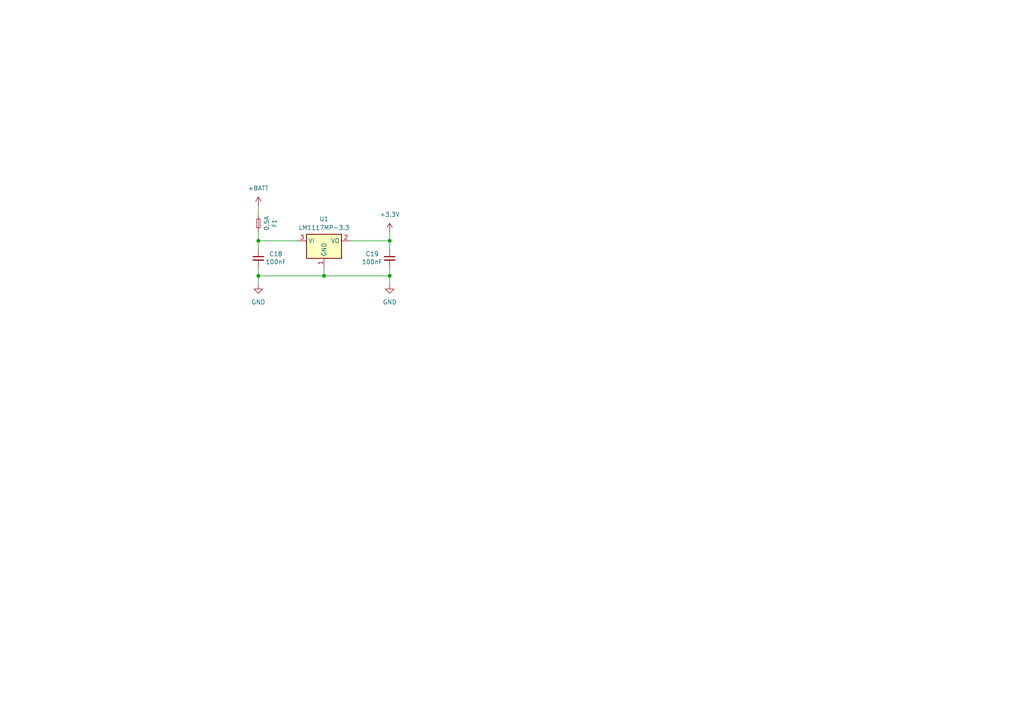
<source format=kicad_sch>
(kicad_sch (version 20230121) (generator eeschema)
  (paper "A4")
  (lib_symbols
    (symbol "Device:C_Small" (pin_numbers hide) (pin_names (offset 0.254) hide)
      (property "Reference" "C" (at 0.254 1.778 0))
      (property "Value" "C_Small" (at 0.254 -2.032 0))
      (symbol "C_Small_0_1"
        (polyline (pts (xy -1.524 -0.508) (xy 1.524 -0.508)) (stroke (width 0.3302)))
        (polyline (pts (xy -1.524 0.508) (xy 1.524 0.508)) (stroke (width 0.3048)))
      )
      (symbol "C_Small_1_1"
        (pin passive line (at 0 2.54 270) (length 2.032) (name "~") (number "1"))
        (pin passive line (at 0 -2.54 90) (length 2.032) (name "~") (number "2"))
      )
    )
    (symbol "Device:Fuse_Small" (pin_numbers hide) (pin_names (offset 0.254) hide)
      (property "Reference" "F" (at 0 -1.524 0))
      (property "Value" "Fuse_Small" (at 0 1.524 0))
      (symbol "Fuse_Small_0_1"
        (rectangle (start -1.27 0.508) (end 1.27 -0.508))
        (polyline (pts (xy -1.27 0) (xy 1.27 0)))
      )
      (symbol "Fuse_Small_1_1"
        (pin passive line (at -2.54 0 0) (length 1.27) (name "~") (number "1"))
        (pin passive line (at 2.54 0 180) (length 1.27) (name "~") (number "2"))
      )
    )
    (symbol "Regulator_Linear:LM1117MP-3.3"
      (property "Reference" "U" (at -3.81 3.175 0))
      (property "Value" "LM1117MP-3.3" (at 0 3.175 0))
      (symbol "LM1117MP-3.3_0_1"
        (rectangle (start -5.08 -5.08) (end 5.08 1.905) (stroke (width 0.254)) (fill (type background)))
      )
      (symbol "LM1117MP-3.3_1_1"
        (pin power_in line (at 0 -7.62 90) (length 2.54) (name "GND") (number "1"))
        (pin power_out line (at 7.62 0 180) (length 2.54) (name "VO") (number "2"))
        (pin power_in line (at -7.62 0 0) (length 2.54) (name "VI") (number "3"))
      )
    )
    (symbol "power:+3.3V" (power) (pin_names (offset 0))
      (property "Value" "+3.3V" (at 0 3.556 0))
      (symbol "+3.3V_0_1"
        (polyline (pts (xy -0.762 1.27) (xy 0 2.54)))
        (polyline (pts (xy 0 0) (xy 0 2.54)))
        (polyline (pts (xy 0 2.54) (xy 0.762 1.27)))
      )
      (symbol "+3.3V_1_1"
        (pin power_in line (at 0 0 90) (length 0) hide (name "+3.3V") (number "1"))
      )
    )
    (symbol "power:+BATT" (power) (pin_names (offset 0))
      (property "Value" "+BATT" (at 0 3.556 0))
      (symbol "+BATT_0_1"
        (polyline (pts (xy -0.762 1.27) (xy 0 2.54)))
        (polyline (pts (xy 0 0) (xy 0 2.54)))
        (polyline (pts (xy 0 2.54) (xy 0.762 1.27)))
      )
      (symbol "+BATT_1_1"
        (pin power_in line (at 0 0 90) (length 0) hide (name "+BATT") (number "1"))
      )
    )
    (symbol "power:GND" (power) (pin_names (offset 0))
      (property "Value" "GND" (at 0 -3.81 0))
      (symbol "GND_0_1"
        (polyline (pts (xy 0 0) (xy 0 -1.27) (xy 1.27 -1.27) (xy 0 -2.54) (xy -1.27 -1.27) (xy 0 -1.27)))
      )
      (symbol "GND_1_1"
        (pin power_in line (at 0 0 270) (length 0) hide (name "GND") (number "1"))
      )
    )
  )
  (junction (at 113.03 80.01))
  (junction (at 113.03 69.85))
  (junction (at 74.93 69.85))
  (junction (at 74.93 80.01))
  (junction (at 93.98 80.01))
  (wire (pts (xy 74.93 67.31) (xy 74.93 69.85)))
  (wire (pts (xy 113.03 72.39) (xy 113.03 69.85)))
  (wire (pts (xy 113.03 80.01) (xy 93.98 80.01)))
  (wire (pts (xy 113.03 69.85) (xy 101.6 69.85)))
  (wire (pts (xy 74.93 69.85) (xy 86.36 69.85)))
  (wire (pts (xy 113.03 80.01) (xy 113.03 77.47)))
  (wire (pts (xy 74.93 59.69) (xy 74.93 62.23)))
  (wire (pts (xy 74.93 80.01) (xy 74.93 77.47)))
  (wire (pts (xy 74.93 80.01) (xy 93.98 80.01)))
  (wire (pts (xy 93.98 77.47) (xy 93.98 80.01)))
  (wire (pts (xy 74.93 80.01) (xy 74.93 82.55)))
  (wire (pts (xy 113.03 80.01) (xy 113.03 82.55)))
  (wire (pts (xy 113.03 67.31) (xy 113.03 69.85)))
  (wire (pts (xy 74.93 72.39) (xy 74.93 69.85)))
  (symbol (lib_id "Device:C_Small") (at 74.93 74.93 0) (unit 1)
    (property "Reference" "C18" (at 80.01 73.66 0))
    (property "Value" "100nF" (at 80.01 75.9714 0))
    (property "Footprint" "Capacitor_SMD:C_0603_1608Metric" (effects hide))
    (property "Manufacturer_Name" "--" (effects hide))
    (property "Manufacturer_Part_Number" "--" (effects hide))
    (instances (project "SmSemProject" (path "" (reference "C18") (unit 1)) (path "" (reference "C22") (unit 1))) (project "PUTM_EV_BMS_HV_Master_2021" (path "" (reference "C19") (unit 1))))
  )
  (symbol (lib_id "power:GND") (at 113.03 82.55 0) (mirror y) (unit 1)
    (property "Reference" "#PWR018" (effects hide))
    (property "Value" "GND" (at 113.03 87.63 0))
    (instances (project "SmSemProject" (path "" (reference "#PWR018") (unit 1)) (path "" (reference "#PWR023") (unit 1))))
  )
  (symbol (lib_id "power:GND") (at 74.93 82.55 0) (unit 1)
    (property "Reference" "#PWR016" (effects hide))
    (property "Value" "GND" (at 74.93 87.63 0))
    (instances (project "SmSemProject" (path "" (reference "#PWR016") (unit 1)) (path "" (reference "#PWR021") (unit 1))))
  )
  (symbol (lib_id "power:+3.3V") (at 113.03 67.31 0) (unit 1)
    (property "Reference" "#PWR06" (effects hide))
    (property "Value" "+3.3V" (at 113.03 62.23 0))
    (instances (project "SmSemProject" (path "" (reference "#PWR06") (unit 1)) (path "" (reference "#PWR017") (unit 1)) (path "" (reference "#PWR022") (unit 1))))
  )
  (symbol (lib_id "Regulator_Linear:LM1117MP-3.3") (at 93.98 69.85 0) (unit 1)
    (property "Reference" "U1" (at 93.98 63.5 0))
    (property "Value" "LM1117MP-3.3" (at 93.98 66.04 0))
    (property "Footprint" "Package_TO_SOT_SMD:TO-252-3_TabPin2" (effects hide))
    (property "Datasheet" "http://www.ti.com/lit/ds/symlink/lm1117.pdf" (effects hide))
    (instances (project "SmSemProject" (path "" (reference "U1") (unit 1)) (path "" (reference "U2") (unit 1))))
  )
  (symbol (lib_id "Device:Fuse_Small") (at 74.93 64.77 90) (unit 1)
    (property "Reference" "F1" (at 79.629 64.77 0))
    (property "Value" "0.5A" (at 77.3176 64.77 0))
    (property "Footprint" "Fuse:Fuse_1206_3216Metric" (effects hide))
    (property "Manufacturer_Part_Number" "0ZCH0050FF2G" (effects hide))
    (property "Mouser Part Number" "530-0ZCH0050FF2G" (effects hide))
    (property "Mouser Price/Stock" "https://www.mouser.pl/ProductDetail/Bel-Fuse/0ZCH0050FF2G?qs=SRYZG9HaIQ2VrAxOxbTdxQ%3D%3D" (effects hide))
    (instances (project "SmSemProject" (path "" (reference "F1") (unit 1))) (project "PUTM_EV_BMS_HV_Master_2021" (path "" (reference "F2") (unit 1))))
  )
  (symbol (lib_id "power:+BATT") (at 74.93 59.69 0) (unit 1)
    (property "Reference" "#PWR015" (effects hide))
    (property "Value" "+BATT" (at 74.93 54.61 0))
    (instances (project "SmSemProject" (path "" (reference "#PWR015") (unit 1)) (path "" (reference "#PWR020") (unit 1))))
  )
  (symbol (lib_id "Device:C_Small") (at 113.03 74.93 0) (mirror y) (unit 1)
    (property "Reference" "C19" (at 107.95 73.66 0))
    (property "Value" "100nF" (at 107.95 75.9714 0))
    (property "Footprint" "Capacitor_SMD:C_0603_1608Metric" (effects hide))
    (property "Manufacturer_Name" "--" (effects hide))
    (property "Manufacturer_Part_Number" "--" (effects hide))
    (instances (project "SmSemProject" (path "" (reference "C19") (unit 1)) (path "" (reference "C23") (unit 1))) (project "PUTM_EV_BMS_HV_Master_2021" (path "" (reference "C19") (unit 1))))
  )
)
</source>
